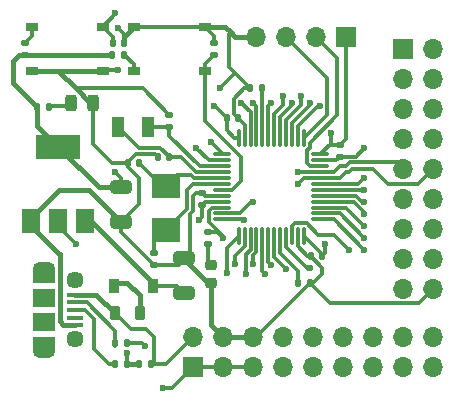
<source format=gbr>
%TF.GenerationSoftware,KiCad,Pcbnew,(6.0.7)*%
%TF.CreationDate,2022-09-12T19:53:53+08:00*%
%TF.ProjectId,STM32Breakout,53544d33-3242-4726-9561-6b6f75742e6b,rev?*%
%TF.SameCoordinates,Original*%
%TF.FileFunction,Copper,L1,Top*%
%TF.FilePolarity,Positive*%
%FSLAX46Y46*%
G04 Gerber Fmt 4.6, Leading zero omitted, Abs format (unit mm)*
G04 Created by KiCad (PCBNEW (6.0.7)) date 2022-09-12 19:53:53*
%MOMM*%
%LPD*%
G01*
G04 APERTURE LIST*
G04 Aperture macros list*
%AMRoundRect*
0 Rectangle with rounded corners*
0 $1 Rounding radius*
0 $2 $3 $4 $5 $6 $7 $8 $9 X,Y pos of 4 corners*
0 Add a 4 corners polygon primitive as box body*
4,1,4,$2,$3,$4,$5,$6,$7,$8,$9,$2,$3,0*
0 Add four circle primitives for the rounded corners*
1,1,$1+$1,$2,$3*
1,1,$1+$1,$4,$5*
1,1,$1+$1,$6,$7*
1,1,$1+$1,$8,$9*
0 Add four rect primitives between the rounded corners*
20,1,$1+$1,$2,$3,$4,$5,0*
20,1,$1+$1,$4,$5,$6,$7,0*
20,1,$1+$1,$6,$7,$8,$9,0*
20,1,$1+$1,$8,$9,$2,$3,0*%
G04 Aperture macros list end*
%TA.AperFunction,SMDPad,CuDef*%
%ADD10RoundRect,0.140000X0.140000X0.170000X-0.140000X0.170000X-0.140000X-0.170000X0.140000X-0.170000X0*%
%TD*%
%TA.AperFunction,SMDPad,CuDef*%
%ADD11RoundRect,0.218750X-0.218750X-0.381250X0.218750X-0.381250X0.218750X0.381250X-0.218750X0.381250X0*%
%TD*%
%TA.AperFunction,SMDPad,CuDef*%
%ADD12RoundRect,0.140000X0.170000X-0.140000X0.170000X0.140000X-0.170000X0.140000X-0.170000X-0.140000X0*%
%TD*%
%TA.AperFunction,SMDPad,CuDef*%
%ADD13RoundRect,0.218750X0.256250X-0.218750X0.256250X0.218750X-0.256250X0.218750X-0.256250X-0.218750X0*%
%TD*%
%TA.AperFunction,SMDPad,CuDef*%
%ADD14RoundRect,0.135000X0.135000X0.185000X-0.135000X0.185000X-0.135000X-0.185000X0.135000X-0.185000X0*%
%TD*%
%TA.AperFunction,SMDPad,CuDef*%
%ADD15RoundRect,0.250000X0.650000X-0.325000X0.650000X0.325000X-0.650000X0.325000X-0.650000X-0.325000X0*%
%TD*%
%TA.AperFunction,SMDPad,CuDef*%
%ADD16R,1.350000X0.400000*%
%TD*%
%TA.AperFunction,SMDPad,CuDef*%
%ADD17R,1.900000X1.500000*%
%TD*%
%TA.AperFunction,ComponentPad*%
%ADD18C,1.450000*%
%TD*%
%TA.AperFunction,ComponentPad*%
%ADD19O,1.900000X1.200000*%
%TD*%
%TA.AperFunction,SMDPad,CuDef*%
%ADD20R,1.900000X1.200000*%
%TD*%
%TA.AperFunction,ComponentPad*%
%ADD21R,1.700000X1.700000*%
%TD*%
%TA.AperFunction,ComponentPad*%
%ADD22O,1.700000X1.700000*%
%TD*%
%TA.AperFunction,SMDPad,CuDef*%
%ADD23RoundRect,0.135000X-0.135000X-0.185000X0.135000X-0.185000X0.135000X0.185000X-0.135000X0.185000X0*%
%TD*%
%TA.AperFunction,SMDPad,CuDef*%
%ADD24R,1.000000X0.750000*%
%TD*%
%TA.AperFunction,SMDPad,CuDef*%
%ADD25RoundRect,0.250000X-0.650000X0.325000X-0.650000X-0.325000X0.650000X-0.325000X0.650000X0.325000X0*%
%TD*%
%TA.AperFunction,SMDPad,CuDef*%
%ADD26R,1.000000X1.800000*%
%TD*%
%TA.AperFunction,SMDPad,CuDef*%
%ADD27RoundRect,0.135000X-0.185000X0.135000X-0.185000X-0.135000X0.185000X-0.135000X0.185000X0.135000X0*%
%TD*%
%TA.AperFunction,SMDPad,CuDef*%
%ADD28RoundRect,0.140000X-0.170000X0.140000X-0.170000X-0.140000X0.170000X-0.140000X0.170000X0.140000X0*%
%TD*%
%TA.AperFunction,SMDPad,CuDef*%
%ADD29RoundRect,0.243750X0.243750X0.456250X-0.243750X0.456250X-0.243750X-0.456250X0.243750X-0.456250X0*%
%TD*%
%TA.AperFunction,SMDPad,CuDef*%
%ADD30R,2.400000X2.000000*%
%TD*%
%TA.AperFunction,SMDPad,CuDef*%
%ADD31R,1.500000X2.000000*%
%TD*%
%TA.AperFunction,SMDPad,CuDef*%
%ADD32R,3.800000X2.000000*%
%TD*%
%TA.AperFunction,SMDPad,CuDef*%
%ADD33RoundRect,0.140000X-0.140000X-0.170000X0.140000X-0.170000X0.140000X0.170000X-0.140000X0.170000X0*%
%TD*%
%TA.AperFunction,SMDPad,CuDef*%
%ADD34RoundRect,0.075000X-0.662500X-0.075000X0.662500X-0.075000X0.662500X0.075000X-0.662500X0.075000X0*%
%TD*%
%TA.AperFunction,SMDPad,CuDef*%
%ADD35RoundRect,0.075000X-0.075000X-0.662500X0.075000X-0.662500X0.075000X0.662500X-0.075000X0.662500X0*%
%TD*%
%TA.AperFunction,SMDPad,CuDef*%
%ADD36RoundRect,0.135000X0.185000X-0.135000X0.185000X0.135000X-0.185000X0.135000X-0.185000X-0.135000X0*%
%TD*%
%TA.AperFunction,SMDPad,CuDef*%
%ADD37R,0.900000X1.200000*%
%TD*%
%TA.AperFunction,ViaPad*%
%ADD38C,0.600000*%
%TD*%
%TA.AperFunction,Conductor*%
%ADD39C,0.300000*%
%TD*%
%TA.AperFunction,Conductor*%
%ADD40C,0.400000*%
%TD*%
G04 APERTURE END LIST*
D10*
%TO.P,C12,1*%
%TO.N,LSE_OUT*%
X89634000Y-94234000D03*
%TO.P,C12,2*%
%TO.N,GND*%
X88674000Y-94234000D03*
%TD*%
D11*
%TO.P,FB1,1*%
%TO.N,VCC*%
X85043500Y-107442000D03*
%TO.P,FB1,2*%
%TO.N,Net-(D1-Pad2)*%
X87168500Y-107442000D03*
%TD*%
D12*
%TO.P,C14,1*%
%TO.N,NRST*%
X93472000Y-85570000D03*
%TO.P,C14,2*%
%TO.N,GND*%
X93472000Y-84610000D03*
%TD*%
D13*
%TO.P,D3,1,K*%
%TO.N,GND*%
X93218000Y-104927500D03*
%TO.P,D3,2,A*%
%TO.N,Net-(D3-Pad2)*%
X93218000Y-103352500D03*
%TD*%
D14*
%TO.P,R7,1*%
%TO.N,PA11*%
X86106000Y-109982000D03*
%TO.P,R7,2*%
%TO.N,Net-(J1-Pad2)*%
X85086000Y-109982000D03*
%TD*%
%TO.P,R2,1*%
%TO.N,GND*%
X101602000Y-104902000D03*
%TO.P,R2,2*%
%TO.N,Net-(R2-Pad2)*%
X100582000Y-104902000D03*
%TD*%
D12*
%TO.P,C11,1*%
%TO.N,LSE_IN*%
X89662000Y-91666000D03*
%TO.P,C11,2*%
%TO.N,GND*%
X89662000Y-90706000D03*
%TD*%
D15*
%TO.P,C2,1*%
%TO.N,Net-(C2-Pad1)*%
X90932000Y-105742000D03*
%TO.P,C2,2*%
%TO.N,GND*%
X90932000Y-102792000D03*
%TD*%
D16*
%TO.P,J1,1,VBUS*%
%TO.N,VCC*%
X81726500Y-105888000D03*
%TO.P,J1,2,D-*%
%TO.N,Net-(J1-Pad2)*%
X81726500Y-106538000D03*
%TO.P,J1,3,D+*%
%TO.N,Net-(J1-Pad3)*%
X81726500Y-107188000D03*
%TO.P,J1,4,ID*%
%TO.N,unconnected-(J1-Pad4)*%
X81726500Y-107838000D03*
%TO.P,J1,5,GND*%
%TO.N,GND*%
X81726500Y-108488000D03*
D17*
%TO.P,J1,6,Shield*%
%TO.N,unconnected-(J1-Pad6)*%
X79026500Y-106188000D03*
D18*
X81726500Y-104688000D03*
X81726500Y-109688000D03*
D19*
X79026500Y-103688000D03*
D20*
X79026500Y-110088000D03*
D19*
X79026500Y-110688000D03*
D17*
X79026500Y-108188000D03*
D20*
X79026500Y-104288000D03*
%TD*%
D21*
%TO.P,J4,1,Pin_1*%
%TO.N,+3.3V*%
X104648000Y-84074000D03*
D22*
%TO.P,J4,2,Pin_2*%
%TO.N,SWDIO*%
X102108000Y-84074000D03*
%TO.P,J4,3,Pin_3*%
%TO.N,SWCLK*%
X99568000Y-84074000D03*
%TO.P,J4,4,Pin_4*%
%TO.N,GND*%
X97028000Y-84074000D03*
%TD*%
D23*
%TO.P,R4,1*%
%TO.N,+3.3V*%
X84834000Y-85598000D03*
%TO.P,R4,2*%
%TO.N,NRST*%
X85854000Y-85598000D03*
%TD*%
D10*
%TO.P,C6,1*%
%TO.N,+3.3V*%
X102588000Y-102616000D03*
%TO.P,C6,2*%
%TO.N,GND*%
X101628000Y-102616000D03*
%TD*%
D24*
%TO.P,S1,A*%
%TO.N,PushB1*%
X78026000Y-83215000D03*
%TO.P,S1,B*%
X84026000Y-83215000D03*
%TO.P,S1,C*%
%TO.N,GND*%
X78026000Y-86965000D03*
%TO.P,S1,D*%
X84026000Y-86965000D03*
%TD*%
D23*
%TO.P,R6,1*%
%TO.N,Net-(J1-Pad3)*%
X85088000Y-111760000D03*
%TO.P,R6,2*%
%TO.N,PA12*%
X86108000Y-111760000D03*
%TD*%
D25*
%TO.P,C1,1*%
%TO.N,+3.3V*%
X85598000Y-96823000D03*
%TO.P,C1,2*%
%TO.N,GND*%
X85598000Y-99773000D03*
%TD*%
D26*
%TO.P,Y2,1,1*%
%TO.N,LSE_IN*%
X87864000Y-91694000D03*
%TO.P,Y2,2,2*%
%TO.N,LSE_OUT*%
X85364000Y-91694000D03*
%TD*%
D27*
%TO.P,R9,1*%
%TO.N,LED*%
X92964000Y-100582000D03*
%TO.P,R9,2*%
%TO.N,Net-(D3-Pad2)*%
X92964000Y-101602000D03*
%TD*%
D28*
%TO.P,C4,1*%
%TO.N,+3.3V*%
X104140000Y-93246000D03*
%TO.P,C4,2*%
%TO.N,GND*%
X104140000Y-94206000D03*
%TD*%
D29*
%TO.P,D2,1,K*%
%TO.N,GND*%
X83233500Y-89662000D03*
%TO.P,D2,2,A*%
%TO.N,Net-(D2-Pad2)*%
X81358500Y-89662000D03*
%TD*%
D10*
%TO.P,C9,1*%
%TO.N,HSE_IN*%
X87122000Y-94742000D03*
%TO.P,C9,2*%
%TO.N,GND*%
X86162000Y-94742000D03*
%TD*%
D23*
%TO.P,R1,1*%
%TO.N,GND*%
X96518000Y-88392000D03*
%TO.P,R1,2*%
%TO.N,Net-(R1-Pad2)*%
X97538000Y-88392000D03*
%TD*%
D30*
%TO.P,Y1,1,1*%
%TO.N,HSE_IN*%
X89408000Y-96702000D03*
%TO.P,Y1,2,2*%
%TO.N,HSE_OUT*%
X89408000Y-100402000D03*
%TD*%
D31*
%TO.P,U1,1,GND*%
%TO.N,GND*%
X77964000Y-99670000D03*
%TO.P,U1,2,VO*%
%TO.N,+3.3V*%
X80264000Y-99670000D03*
D32*
X80264000Y-93370000D03*
D31*
%TO.P,U1,3,VI*%
%TO.N,Net-(C2-Pad1)*%
X82564000Y-99670000D03*
%TD*%
D24*
%TO.P,S2,A*%
%TO.N,NRST*%
X92662000Y-86965000D03*
%TO.P,S2,B*%
X86662000Y-86965000D03*
%TO.P,S2,C*%
%TO.N,GND*%
X92662000Y-83215000D03*
%TO.P,S2,D*%
X86662000Y-83215000D03*
%TD*%
D33*
%TO.P,C13,1*%
%TO.N,PushB1*%
X84864000Y-84582000D03*
%TO.P,C13,2*%
%TO.N,GND*%
X85824000Y-84582000D03*
%TD*%
D34*
%TO.P,U2,1,VBAT*%
%TO.N,+3.3V*%
X94135500Y-94024000D03*
%TO.P,U2,2,PC13*%
%TO.N,PushB1*%
X94135500Y-94524000D03*
%TO.P,U2,3,PC14*%
%TO.N,LSE_IN*%
X94135500Y-95024000D03*
%TO.P,U2,4,PC15*%
%TO.N,LSE_OUT*%
X94135500Y-95524000D03*
%TO.P,U2,5,PD0*%
%TO.N,HSE_IN*%
X94135500Y-96024000D03*
%TO.P,U2,6,PD1*%
%TO.N,HSE_OUT*%
X94135500Y-96524000D03*
%TO.P,U2,7,NRST*%
%TO.N,NRST*%
X94135500Y-97024000D03*
%TO.P,U2,8,VSSA*%
%TO.N,GND*%
X94135500Y-97524000D03*
%TO.P,U2,9,VDDA*%
%TO.N,+3.3V*%
X94135500Y-98024000D03*
%TO.P,U2,10,PA0*%
%TO.N,LED*%
X94135500Y-98524000D03*
%TO.P,U2,11,PA1*%
%TO.N,PA1*%
X94135500Y-99024000D03*
%TO.P,U2,12,PA2*%
%TO.N,PA2*%
X94135500Y-99524000D03*
D35*
%TO.P,U2,13,PA3*%
%TO.N,PA3*%
X95548000Y-100936500D03*
%TO.P,U2,14,PA4*%
%TO.N,PA4*%
X96048000Y-100936500D03*
%TO.P,U2,15,PA5*%
%TO.N,PA5*%
X96548000Y-100936500D03*
%TO.P,U2,16,PA6*%
%TO.N,PA6*%
X97048000Y-100936500D03*
%TO.P,U2,17,PA7*%
%TO.N,PA7*%
X97548000Y-100936500D03*
%TO.P,U2,18,PB0*%
%TO.N,PB0*%
X98048000Y-100936500D03*
%TO.P,U2,19,PB1*%
%TO.N,PB1*%
X98548000Y-100936500D03*
%TO.P,U2,20,PB2*%
%TO.N,Net-(R2-Pad2)*%
X99048000Y-100936500D03*
%TO.P,U2,21,PB10*%
%TO.N,PB10*%
X99548000Y-100936500D03*
%TO.P,U2,22,PB11*%
%TO.N,PB11*%
X100048000Y-100936500D03*
%TO.P,U2,23,VSS*%
%TO.N,GND*%
X100548000Y-100936500D03*
%TO.P,U2,24,VDD*%
%TO.N,+3.3V*%
X101048000Y-100936500D03*
D34*
%TO.P,U2,25,PB12*%
%TO.N,PB12*%
X102460500Y-99524000D03*
%TO.P,U2,26,PB13*%
%TO.N,PB13*%
X102460500Y-99024000D03*
%TO.P,U2,27,PB14*%
%TO.N,PB14*%
X102460500Y-98524000D03*
%TO.P,U2,28,PB15*%
%TO.N,PB15*%
X102460500Y-98024000D03*
%TO.P,U2,29,PA8*%
%TO.N,PA8*%
X102460500Y-97524000D03*
%TO.P,U2,30,PA9*%
%TO.N,PA9*%
X102460500Y-97024000D03*
%TO.P,U2,31,PA10*%
%TO.N,PA10*%
X102460500Y-96524000D03*
%TO.P,U2,32,PA11*%
%TO.N,PA11*%
X102460500Y-96024000D03*
%TO.P,U2,33,PA12*%
%TO.N,PA12*%
X102460500Y-95524000D03*
%TO.P,U2,34,PA13*%
%TO.N,SWDIO*%
X102460500Y-95024000D03*
%TO.P,U2,35,VSS*%
%TO.N,GND*%
X102460500Y-94524000D03*
%TO.P,U2,36,VDD*%
%TO.N,+3.3V*%
X102460500Y-94024000D03*
D35*
%TO.P,U2,37,PA14*%
%TO.N,SWCLK*%
X101048000Y-92611500D03*
%TO.P,U2,38,PA15*%
%TO.N,PA15*%
X100548000Y-92611500D03*
%TO.P,U2,39,PB3*%
%TO.N,PB3*%
X100048000Y-92611500D03*
%TO.P,U2,40,PB4*%
%TO.N,PB4*%
X99548000Y-92611500D03*
%TO.P,U2,41,PB5*%
%TO.N,PB5*%
X99048000Y-92611500D03*
%TO.P,U2,42,PB6*%
%TO.N,PB6*%
X98548000Y-92611500D03*
%TO.P,U2,43,PB7*%
%TO.N,PB7*%
X98048000Y-92611500D03*
%TO.P,U2,44,BOOT0*%
%TO.N,Net-(R1-Pad2)*%
X97548000Y-92611500D03*
%TO.P,U2,45,PB8*%
%TO.N,PB8*%
X97048000Y-92611500D03*
%TO.P,U2,46,PB9*%
%TO.N,PB9*%
X96548000Y-92611500D03*
%TO.P,U2,47,VSS*%
%TO.N,GND*%
X96048000Y-92611500D03*
%TO.P,U2,48,VDD*%
%TO.N,+3.3V*%
X95548000Y-92611500D03*
%TD*%
D28*
%TO.P,C10,1*%
%TO.N,HSE_OUT*%
X88392000Y-102390000D03*
%TO.P,C10,2*%
%TO.N,GND*%
X88392000Y-103350000D03*
%TD*%
D36*
%TO.P,R3,1*%
%TO.N,+3.3V*%
X77470000Y-85600000D03*
%TO.P,R3,2*%
%TO.N,PushB1*%
X77470000Y-84580000D03*
%TD*%
D21*
%TO.P,J2,1,Pin_1*%
%TO.N,+3.3V*%
X91704000Y-112019000D03*
D22*
%TO.P,J2,2,Pin_2*%
%TO.N,VCC*%
X91704000Y-109479000D03*
%TO.P,J2,3,Pin_3*%
%TO.N,+3.3V*%
X94244000Y-112019000D03*
%TO.P,J2,4,Pin_4*%
%TO.N,GND*%
X94244000Y-109479000D03*
%TO.P,J2,5,Pin_5*%
%TO.N,+3.3V*%
X96784000Y-112019000D03*
%TO.P,J2,6,Pin_6*%
%TO.N,GND*%
X96784000Y-109479000D03*
%TO.P,J2,7,Pin_7*%
%TO.N,LED*%
X99324000Y-112019000D03*
%TO.P,J2,8,Pin_8*%
%TO.N,PA1*%
X99324000Y-109479000D03*
%TO.P,J2,9,Pin_9*%
%TO.N,PA2*%
X101864000Y-112019000D03*
%TO.P,J2,10,Pin_10*%
%TO.N,PA3*%
X101864000Y-109479000D03*
%TO.P,J2,11,Pin_11*%
%TO.N,PA4*%
X104404000Y-112019000D03*
%TO.P,J2,12,Pin_12*%
%TO.N,PA5*%
X104404000Y-109479000D03*
%TO.P,J2,13,Pin_13*%
%TO.N,PA6*%
X106944000Y-112019000D03*
%TO.P,J2,14,Pin_14*%
%TO.N,PA7*%
X106944000Y-109479000D03*
%TO.P,J2,15,Pin_15*%
%TO.N,PB0*%
X109484000Y-112019000D03*
%TO.P,J2,16,Pin_16*%
%TO.N,PB1*%
X109484000Y-109479000D03*
%TO.P,J2,17,Pin_17*%
%TO.N,PB10*%
X112024000Y-112019000D03*
%TO.P,J2,18,Pin_18*%
%TO.N,PB11*%
X112024000Y-109479000D03*
%TD*%
D33*
%TO.P,C5,1*%
%TO.N,+3.3V*%
X94516000Y-90932000D03*
%TO.P,C5,2*%
%TO.N,GND*%
X95476000Y-90932000D03*
%TD*%
D12*
%TO.P,C3,1*%
%TO.N,+3.3V*%
X92456000Y-98270000D03*
%TO.P,C3,2*%
%TO.N,GND*%
X92456000Y-97310000D03*
%TD*%
D21*
%TO.P,J3,1,Pin_1*%
%TO.N,PB9*%
X109474000Y-85090000D03*
D22*
%TO.P,J3,2,Pin_2*%
%TO.N,PB8*%
X112014000Y-85090000D03*
%TO.P,J3,3,Pin_3*%
%TO.N,PB7*%
X109474000Y-87630000D03*
%TO.P,J3,4,Pin_4*%
%TO.N,PB6*%
X112014000Y-87630000D03*
%TO.P,J3,5,Pin_5*%
%TO.N,PB5*%
X109474000Y-90170000D03*
%TO.P,J3,6,Pin_6*%
%TO.N,PB4*%
X112014000Y-90170000D03*
%TO.P,J3,7,Pin_7*%
%TO.N,PB3*%
X109474000Y-92710000D03*
%TO.P,J3,8,Pin_8*%
%TO.N,PA15*%
X112014000Y-92710000D03*
%TO.P,J3,9,Pin_9*%
%TO.N,PA12*%
X109474000Y-95250000D03*
%TO.P,J3,10,Pin_10*%
%TO.N,PA11*%
X112014000Y-95250000D03*
%TO.P,J3,11,Pin_11*%
%TO.N,PA10*%
X109474000Y-97790000D03*
%TO.P,J3,12,Pin_12*%
%TO.N,PA9*%
X112014000Y-97790000D03*
%TO.P,J3,13,Pin_13*%
%TO.N,PA8*%
X109474000Y-100330000D03*
%TO.P,J3,14,Pin_14*%
%TO.N,PB15*%
X112014000Y-100330000D03*
%TO.P,J3,15,Pin_15*%
%TO.N,PB14*%
X109474000Y-102870000D03*
%TO.P,J3,16,Pin_16*%
%TO.N,PB13*%
X112014000Y-102870000D03*
%TO.P,J3,17,Pin_17*%
%TO.N,PB12*%
X109474000Y-105410000D03*
%TO.P,J3,18,Pin_18*%
%TO.N,GND*%
X112014000Y-105410000D03*
%TD*%
D23*
%TO.P,R8,1*%
%TO.N,+3.3V*%
X78484000Y-90018000D03*
%TO.P,R8,2*%
%TO.N,Net-(D2-Pad2)*%
X79504000Y-90018000D03*
%TD*%
%TO.P,R5,1*%
%TO.N,PA12*%
X87120000Y-111760000D03*
%TO.P,R5,2*%
%TO.N,VCC*%
X88140000Y-111760000D03*
%TD*%
D37*
%TO.P,D1,1,K*%
%TO.N,Net-(C2-Pad1)*%
X88264000Y-105156000D03*
%TO.P,D1,2,A*%
%TO.N,Net-(D1-Pad2)*%
X84964000Y-105156000D03*
%TD*%
D38*
%TO.N,GND*%
X85344000Y-83312000D03*
X93980000Y-88392000D03*
X85344000Y-86868000D03*
X106172000Y-93472000D03*
%TO.N,PushB1*%
X85090000Y-82042000D03*
X91948000Y-93472000D03*
%TO.N,PA11*%
X100584000Y-96520000D03*
X87630000Y-110236000D03*
%TO.N,PA12*%
X100584000Y-95504000D03*
X86106000Y-110801500D03*
%TO.N,PA1*%
X96774000Y-98044000D03*
%TO.N,PA2*%
X96012000Y-99568000D03*
%TO.N,PA3*%
X94563028Y-104064972D03*
%TO.N,PA4*%
X95250000Y-103332000D03*
%TO.N,PA5*%
X96207681Y-104151108D03*
%TO.N,PA6*%
X96774000Y-103332000D03*
%TO.N,PA7*%
X97790000Y-104140000D03*
%TO.N,PB1*%
X99534544Y-103721578D03*
%TO.N,PB0*%
X98298000Y-103378000D03*
%TO.N,PB11*%
X104902000Y-102108000D03*
%TO.N,PB10*%
X101600000Y-103632000D03*
%TO.N,PB9*%
X95758000Y-89662000D03*
%TO.N,PB8*%
X96774000Y-89662000D03*
%TO.N,PB7*%
X98272600Y-89712800D03*
%TO.N,PB6*%
X99314000Y-89108000D03*
%TO.N,PB5*%
X100076000Y-89662000D03*
%TO.N,PB4*%
X100838000Y-89108000D03*
%TO.N,PB3*%
X101600000Y-89662000D03*
%TO.N,PA15*%
X102435500Y-89941400D03*
%TO.N,PA10*%
X106172000Y-96012000D03*
%TO.N,PA9*%
X106172000Y-97028000D03*
%TO.N,PA8*%
X106191647Y-98024353D03*
%TO.N,PB15*%
X106172000Y-99060000D03*
%TO.N,PB14*%
X106172000Y-100076000D03*
%TO.N,PB13*%
X106172000Y-101092000D03*
%TO.N,PB12*%
X106172000Y-102108000D03*
%TO.N,LED*%
X94234000Y-101092000D03*
%TO.N,+3.3V*%
X85090000Y-95504000D03*
X89154000Y-113792000D03*
X93218000Y-92964000D03*
X93472000Y-89916000D03*
X103378000Y-92202000D03*
X92202000Y-99568000D03*
X102870000Y-101600000D03*
X81788000Y-101600000D03*
%TD*%
D39*
%TO.N,GND*%
X92662000Y-83215000D02*
X86662000Y-83215000D01*
D40*
X80282500Y-86965000D02*
X78026000Y-86965000D01*
X92662000Y-83215000D02*
X94391000Y-83215000D01*
D39*
X91686000Y-98831107D02*
X91686000Y-97544000D01*
D40*
X80376500Y-102474500D02*
X80264000Y-102362000D01*
D39*
X85598000Y-100598965D02*
X88349035Y-103350000D01*
D40*
X94391000Y-83215000D02*
X94869000Y-83693000D01*
D39*
X105438000Y-94206000D02*
X104140000Y-94206000D01*
X95108000Y-89296000D02*
X96012000Y-88392000D01*
D40*
X92989500Y-104927500D02*
X93218000Y-104927500D01*
D39*
X85824000Y-84053000D02*
X85824000Y-83792000D01*
X103822000Y-94524000D02*
X104140000Y-94206000D01*
X100548000Y-101818000D02*
X101346000Y-102616000D01*
X95108000Y-90564000D02*
X95108000Y-89296000D01*
X112014000Y-105410000D02*
X110814000Y-106610000D01*
X92670000Y-97524000D02*
X92456000Y-97310000D01*
X101628000Y-102658965D02*
X102616000Y-103646965D01*
X86162000Y-94742000D02*
X86162000Y-95052000D01*
X86162000Y-94699035D02*
X86162000Y-94742000D01*
X110814000Y-106610000D02*
X103310000Y-106610000D01*
X101854000Y-104902000D02*
X101602000Y-104902000D01*
X102616000Y-103646965D02*
X102616000Y-104140000D01*
X83233500Y-93139500D02*
X84836000Y-94742000D01*
X102460500Y-94524000D02*
X103822000Y-94524000D01*
X83233500Y-89662000D02*
X83233500Y-93139500D01*
X96518000Y-88392000D02*
X95249000Y-87123000D01*
D40*
X80264000Y-102362000D02*
X77964000Y-100062000D01*
X85824000Y-84053000D02*
X86662000Y-83215000D01*
D39*
X88420000Y-93980000D02*
X86881035Y-93980000D01*
X88349035Y-103350000D02*
X88392000Y-103350000D01*
X88674000Y-94234000D02*
X88420000Y-93980000D01*
X86162000Y-95052000D02*
X87122000Y-96012000D01*
D40*
X77964000Y-99420000D02*
X77964000Y-99670000D01*
X81748750Y-88431250D02*
X80282500Y-86965000D01*
D39*
X87415250Y-88431250D02*
X89662000Y-90678000D01*
X101346000Y-102616000D02*
X101628000Y-102616000D01*
D40*
X96784000Y-109479000D02*
X94244000Y-109479000D01*
D39*
X87122000Y-98249000D02*
X85598000Y-99773000D01*
X96048000Y-92611500D02*
X96048000Y-91504000D01*
X93472000Y-84610000D02*
X93472000Y-84025000D01*
D40*
X85824000Y-84582000D02*
X85824000Y-84053000D01*
D39*
X85344000Y-86868000D02*
X84123000Y-86868000D01*
X100548000Y-100936500D02*
X100548000Y-101818000D01*
X95249000Y-87123000D02*
X94742000Y-86616000D01*
X81748750Y-88431250D02*
X87415250Y-88431250D01*
D40*
X82853000Y-97028000D02*
X80356000Y-97028000D01*
D39*
X101600000Y-104902000D02*
X97023000Y-109479000D01*
D40*
X94244000Y-109479000D02*
X93218000Y-108453000D01*
D39*
X94742000Y-86616000D02*
X94742000Y-83820000D01*
X101602000Y-104902000D02*
X101600000Y-104902000D01*
X97023000Y-109479000D02*
X96784000Y-109479000D01*
X102616000Y-104140000D02*
X101854000Y-104902000D01*
D40*
X85598000Y-99773000D02*
X82853000Y-97028000D01*
X90932000Y-102870000D02*
X92989500Y-104927500D01*
D39*
X87122000Y-96012000D02*
X87122000Y-98249000D01*
D40*
X93218000Y-108453000D02*
X93218000Y-104927500D01*
D39*
X101628000Y-102616000D02*
X101628000Y-102658965D01*
X96048000Y-91504000D02*
X95476000Y-90932000D01*
X91920000Y-97310000D02*
X92456000Y-97310000D01*
D40*
X80701500Y-108488000D02*
X80376500Y-108163000D01*
D39*
X91440000Y-99077107D02*
X91686000Y-98831107D01*
X90452000Y-103350000D02*
X88392000Y-103350000D01*
X85824000Y-83792000D02*
X85344000Y-83312000D01*
X96012000Y-88392000D02*
X96518000Y-88392000D01*
X106172000Y-93472000D02*
X105438000Y-94206000D01*
X90932000Y-102870000D02*
X90452000Y-103350000D01*
D40*
X97028000Y-84074000D02*
X95250000Y-84074000D01*
D39*
X93980000Y-88392000D02*
X95249000Y-87123000D01*
X85598000Y-99773000D02*
X85598000Y-100598965D01*
D40*
X77964000Y-100062000D02*
X77964000Y-99670000D01*
D39*
X86881035Y-93980000D02*
X86162000Y-94699035D01*
D40*
X81748750Y-88431250D02*
X82979500Y-89662000D01*
D39*
X91686000Y-97544000D02*
X91920000Y-97310000D01*
X94135500Y-97524000D02*
X92670000Y-97524000D01*
X94742000Y-83820000D02*
X94869000Y-83693000D01*
X103310000Y-106610000D02*
X101602000Y-104902000D01*
D40*
X80356000Y-97028000D02*
X77964000Y-99420000D01*
X80376500Y-108163000D02*
X80376500Y-102474500D01*
D39*
X93472000Y-84025000D02*
X92662000Y-83215000D01*
D40*
X94869000Y-83693000D02*
X95250000Y-84074000D01*
D39*
X84836000Y-94742000D02*
X86162000Y-94742000D01*
D40*
X84026000Y-86965000D02*
X78026000Y-86965000D01*
X82979500Y-89662000D02*
X83233500Y-89662000D01*
D39*
X95476000Y-90932000D02*
X95108000Y-90564000D01*
X90932000Y-102870000D02*
X91440000Y-102362000D01*
X91440000Y-102362000D02*
X91440000Y-99077107D01*
X84123000Y-86868000D02*
X84026000Y-86965000D01*
D40*
X81726500Y-108488000D02*
X80701500Y-108488000D01*
D39*
%TO.N,Net-(C2-Pad1)*%
X88264000Y-105156000D02*
X90346000Y-105156000D01*
D40*
X88264000Y-104902000D02*
X83032000Y-99670000D01*
D39*
X90346000Y-105156000D02*
X90932000Y-105742000D01*
D40*
X83032000Y-99670000D02*
X82564000Y-99670000D01*
X88264000Y-105156000D02*
X88264000Y-104902000D01*
D39*
%TO.N,HSE_IN*%
X91760893Y-96024000D02*
X91494893Y-95758000D01*
X94135500Y-96024000D02*
X91760893Y-96024000D01*
X89408000Y-96702000D02*
X89082000Y-96702000D01*
X91494893Y-95758000D02*
X90352000Y-95758000D01*
X90352000Y-95758000D02*
X89408000Y-96702000D01*
X89082000Y-96702000D02*
X87122000Y-94742000D01*
%TO.N,HSE_OUT*%
X91186000Y-97028000D02*
X91186000Y-98624000D01*
X88392000Y-102390000D02*
X88392000Y-101164000D01*
X94135500Y-96524000D02*
X91690000Y-96524000D01*
X88392000Y-101164000D02*
X89154000Y-100402000D01*
X91186000Y-98624000D02*
X89408000Y-100402000D01*
X91690000Y-96524000D02*
X91186000Y-97028000D01*
%TO.N,LSE_IN*%
X89662000Y-91666000D02*
X87892000Y-91666000D01*
X89662000Y-91666000D02*
X89662000Y-92456000D01*
X92230000Y-95024000D02*
X94135500Y-95024000D01*
X87892000Y-91666000D02*
X87864000Y-91694000D01*
X89662000Y-92456000D02*
X92230000Y-95024000D01*
%TO.N,LSE_OUT*%
X87142000Y-93472000D02*
X85364000Y-91694000D01*
X94135500Y-95524000D02*
X91968000Y-95524000D01*
X90678000Y-94234000D02*
X89634000Y-94234000D01*
X88914965Y-93472000D02*
X87142000Y-93472000D01*
X89634000Y-94234000D02*
X89634000Y-94191035D01*
X91968000Y-95524000D02*
X90678000Y-94234000D01*
X89634000Y-94191035D02*
X88914965Y-93472000D01*
%TO.N,PushB1*%
X78026000Y-84024000D02*
X77470000Y-84580000D01*
X93000000Y-94524000D02*
X91948000Y-93472000D01*
X94135500Y-94524000D02*
X93000000Y-94524000D01*
X85090000Y-82151000D02*
X84026000Y-83215000D01*
X84864000Y-84582000D02*
X84864000Y-84053000D01*
X78026000Y-83215000D02*
X78026000Y-84024000D01*
X84864000Y-84053000D02*
X84026000Y-83215000D01*
X85090000Y-82042000D02*
X85090000Y-82151000D01*
%TO.N,NRST*%
X86662000Y-86406000D02*
X85854000Y-85598000D01*
X92710000Y-91186000D02*
X92710000Y-87013000D01*
X95758000Y-96240041D02*
X95758000Y-94234000D01*
X94135500Y-97024000D02*
X94974041Y-97024000D01*
X92710000Y-87013000D02*
X92662000Y-86965000D01*
X94974041Y-97024000D02*
X95758000Y-96240041D01*
X92662000Y-86380000D02*
X93472000Y-85570000D01*
X86662000Y-86965000D02*
X86662000Y-86406000D01*
X92662000Y-86965000D02*
X92662000Y-86380000D01*
X95758000Y-94234000D02*
X92710000Y-91186000D01*
%TO.N,Net-(D1-Pad2)*%
X84964000Y-104902000D02*
X84964000Y-105237500D01*
D40*
X87168500Y-105964500D02*
X87168500Y-107442000D01*
X84964000Y-104902000D02*
X86106000Y-104902000D01*
X86106000Y-104902000D02*
X87168500Y-105964500D01*
D39*
%TO.N,Net-(D2-Pad2)*%
X81358500Y-89916000D02*
X79606000Y-89916000D01*
X79606000Y-89916000D02*
X79504000Y-90018000D01*
%TO.N,Net-(D3-Pad2)*%
X92964000Y-103098500D02*
X93218000Y-103352500D01*
X92964000Y-101602000D02*
X92964000Y-103098500D01*
%TO.N,VCC*%
X88392000Y-111508000D02*
X88140000Y-111760000D01*
X86405500Y-108804000D02*
X87722000Y-108804000D01*
X85043500Y-107442000D02*
X86405500Y-108804000D01*
D40*
X83489500Y-105888000D02*
X85043500Y-107442000D01*
D39*
X87722000Y-108804000D02*
X88392000Y-109474000D01*
D40*
X81726500Y-105888000D02*
X83489500Y-105888000D01*
D39*
X88140000Y-111760000D02*
X89423000Y-111760000D01*
X89423000Y-111760000D02*
X91704000Y-109479000D01*
X88392000Y-109474000D02*
X88392000Y-111508000D01*
%TO.N,PA11*%
X104128000Y-96024000D02*
X104648000Y-95504000D01*
X87376000Y-109982000D02*
X86106000Y-109982000D01*
X101080000Y-96024000D02*
X100584000Y-96520000D01*
X102460500Y-96024000D02*
X101080000Y-96024000D01*
X104902000Y-95504000D02*
X105156000Y-95250000D01*
X102460500Y-96024000D02*
X104128000Y-96024000D01*
X87630000Y-110236000D02*
X87376000Y-109982000D01*
X104648000Y-95504000D02*
X104902000Y-95504000D01*
X106934000Y-95250000D02*
X108204000Y-96520000D01*
X110744000Y-96520000D02*
X112014000Y-95250000D01*
X105156000Y-95250000D02*
X106934000Y-95250000D01*
X108204000Y-96520000D02*
X110744000Y-96520000D01*
%TO.N,PA12*%
X100604000Y-95524000D02*
X100584000Y-95504000D01*
X104648000Y-94996000D02*
X104938000Y-94706000D01*
X104140000Y-94996000D02*
X104648000Y-94996000D01*
X86106000Y-110801500D02*
X86106000Y-111758000D01*
X104938000Y-94706000D02*
X108930000Y-94706000D01*
X86106000Y-111758000D02*
X86108000Y-111760000D01*
D40*
X87120000Y-111760000D02*
X86108000Y-111760000D01*
D39*
X102460500Y-95524000D02*
X103612000Y-95524000D01*
X109474000Y-95250000D02*
X108930000Y-94706000D01*
X103612000Y-95524000D02*
X104140000Y-94996000D01*
X102460500Y-95524000D02*
X100604000Y-95524000D01*
%TO.N,PA1*%
X96774000Y-98044000D02*
X96616761Y-98044000D01*
X96616761Y-98044000D02*
X95636761Y-99024000D01*
X95636761Y-99024000D02*
X94135500Y-99024000D01*
%TO.N,PA2*%
X95968000Y-99524000D02*
X96012000Y-99568000D01*
X94135500Y-99524000D02*
X95968000Y-99524000D01*
%TO.N,PA3*%
X94563028Y-104064972D02*
X94563028Y-101921472D01*
X94563028Y-101921472D02*
X95548000Y-100936500D01*
%TO.N,PA4*%
X96048000Y-101818000D02*
X96048000Y-100936500D01*
X95250000Y-103332000D02*
X95250000Y-102616000D01*
X95250000Y-102616000D02*
X96048000Y-101818000D01*
%TO.N,PA5*%
X96548000Y-102080000D02*
X96548000Y-100936500D01*
X96207681Y-104151108D02*
X96207681Y-103581683D01*
X96197000Y-102431000D02*
X96548000Y-102080000D01*
X96197000Y-103571002D02*
X96197000Y-102431000D01*
X96207681Y-103581683D02*
X96197000Y-103571002D01*
%TO.N,PA6*%
X97048000Y-102287106D02*
X97048000Y-100936500D01*
X96774000Y-102561106D02*
X97048000Y-102287106D01*
X96774000Y-103332000D02*
X96774000Y-102561106D01*
%TO.N,PA7*%
X97548000Y-103898000D02*
X97548000Y-100936500D01*
X97790000Y-104140000D02*
X97548000Y-103898000D01*
%TO.N,PB1*%
X99534544Y-103721578D02*
X98548000Y-102735034D01*
X98548000Y-102735034D02*
X98548000Y-100936500D01*
%TO.N,PB0*%
X98048000Y-103128000D02*
X98048000Y-100936500D01*
X98298000Y-103378000D02*
X98048000Y-103128000D01*
%TO.N,PB11*%
X102288041Y-100838000D02*
X101299041Y-99849000D01*
X100048000Y-100097959D02*
X100048000Y-100936500D01*
X103632000Y-100838000D02*
X102288041Y-100838000D01*
X104902000Y-102108000D02*
X103632000Y-100838000D01*
X100296959Y-99849000D02*
X100048000Y-100097959D01*
X101299041Y-99849000D02*
X100296959Y-99849000D01*
%TO.N,PB10*%
X101600000Y-103632000D02*
X101346000Y-103632000D01*
X101346000Y-103632000D02*
X99548000Y-101834000D01*
X99548000Y-101834000D02*
X99548000Y-100936500D01*
%TO.N,PB9*%
X96548000Y-90452000D02*
X96548000Y-92611500D01*
X95758000Y-89662000D02*
X96548000Y-90452000D01*
%TO.N,PB8*%
X97048000Y-89936000D02*
X97048000Y-92611500D01*
X96774000Y-89662000D02*
X97048000Y-89936000D01*
%TO.N,PB7*%
X98272600Y-89712800D02*
X98048000Y-89937400D01*
X98048000Y-89937400D02*
X98048000Y-92611500D01*
%TO.N,PB6*%
X99314000Y-89108000D02*
X99314000Y-89819239D01*
X98548000Y-90585239D02*
X98548000Y-92611500D01*
X99314000Y-89819239D02*
X98548000Y-90585239D01*
%TO.N,PB5*%
X99048000Y-90847239D02*
X100076000Y-89819239D01*
X99048000Y-92611500D02*
X99048000Y-90847239D01*
X100076000Y-89819239D02*
X100076000Y-89662000D01*
%TO.N,PB4*%
X100838000Y-89108000D02*
X100838000Y-89819239D01*
X99548000Y-91109239D02*
X99548000Y-92611500D01*
X100838000Y-89819239D02*
X99548000Y-91109239D01*
%TO.N,PB3*%
X100048000Y-91371239D02*
X100048000Y-92611500D01*
X101600000Y-89662000D02*
X101600000Y-89819239D01*
X101600000Y-89819239D02*
X100048000Y-91371239D01*
%TO.N,PA15*%
X102435500Y-89941400D02*
X102239839Y-89941400D01*
X102239839Y-89941400D02*
X100548000Y-91633239D01*
X100548000Y-91633239D02*
X100548000Y-92611500D01*
%TO.N,PA10*%
X105660000Y-96524000D02*
X102460500Y-96524000D01*
X106172000Y-96012000D02*
X105660000Y-96524000D01*
%TO.N,PA9*%
X106172000Y-97028000D02*
X106168000Y-97024000D01*
X106168000Y-97024000D02*
X102460500Y-97024000D01*
%TO.N,PA8*%
X105980220Y-98024353D02*
X105479867Y-97524000D01*
X105479867Y-97524000D02*
X102460500Y-97524000D01*
X106191647Y-98024353D02*
X105980220Y-98024353D01*
%TO.N,PB15*%
X106172000Y-98923239D02*
X105272761Y-98024000D01*
X105272761Y-98024000D02*
X102460500Y-98024000D01*
X106172000Y-99060000D02*
X106172000Y-98923239D01*
%TO.N,PB14*%
X104620000Y-98524000D02*
X102460500Y-98524000D01*
X106172000Y-100076000D02*
X104620000Y-98524000D01*
%TO.N,PB13*%
X104104000Y-99024000D02*
X102460500Y-99024000D01*
X106172000Y-101092000D02*
X104104000Y-99024000D01*
%TO.N,PB12*%
X103588000Y-99524000D02*
X102460500Y-99524000D01*
X106172000Y-102108000D02*
X103588000Y-99524000D01*
%TO.N,SWDIO*%
X101548000Y-93016000D02*
X103886000Y-90678000D01*
X101621959Y-95024000D02*
X101346000Y-94748041D01*
X103886000Y-85852000D02*
X102108000Y-84074000D01*
X101346000Y-93652041D02*
X101548000Y-93450041D01*
X101346000Y-94748041D02*
X101346000Y-93652041D01*
X103886000Y-90678000D02*
X103886000Y-85852000D01*
X101548000Y-93450041D02*
X101548000Y-93016000D01*
X102460500Y-95024000D02*
X101621959Y-95024000D01*
%TO.N,SWCLK*%
X101048000Y-92611500D02*
X103012000Y-90647500D01*
X103012000Y-87518000D02*
X99568000Y-84074000D01*
X103012000Y-90647500D02*
X103012000Y-87518000D01*
%TO.N,Net-(R1-Pad2)*%
X97548000Y-92611500D02*
X97548000Y-88402000D01*
X97548000Y-88402000D02*
X97538000Y-88392000D01*
%TO.N,Net-(R2-Pad2)*%
X99048000Y-102362000D02*
X99060000Y-102362000D01*
X99060000Y-102362000D02*
X100584000Y-103886000D01*
X100584000Y-104900000D02*
X100582000Y-104902000D01*
X100584000Y-103886000D02*
X100584000Y-104900000D01*
X99048000Y-100936500D02*
X99048000Y-102362000D01*
%TO.N,LED*%
X94234000Y-101092000D02*
X94234000Y-100961041D01*
X93048000Y-98772959D02*
X93296959Y-98524000D01*
X93724000Y-100582000D02*
X92964000Y-100582000D01*
X94234000Y-101092000D02*
X93724000Y-100582000D01*
X93048000Y-99775041D02*
X93048000Y-98772959D01*
X93296959Y-98524000D02*
X94135500Y-98524000D01*
X94234000Y-100961041D02*
X93048000Y-99775041D01*
%TO.N,+3.3V*%
X94516000Y-91976000D02*
X94516000Y-90932000D01*
X89154000Y-113792000D02*
X89931000Y-113792000D01*
X94135500Y-94024000D02*
X94135500Y-93881500D01*
X91704000Y-112019000D02*
X94244000Y-112019000D01*
X102588000Y-102476500D02*
X102588000Y-102616000D01*
X103238500Y-93246000D02*
X104140000Y-93246000D01*
X104648000Y-92738000D02*
X104648000Y-84074000D01*
X92456000Y-98270000D02*
X92702000Y-98024000D01*
X85598000Y-96823000D02*
X85598000Y-96012000D01*
X103378000Y-93106500D02*
X102460500Y-94024000D01*
X102870000Y-101600000D02*
X102870000Y-102334000D01*
X92456000Y-99314000D02*
X92202000Y-99568000D01*
X93500000Y-89916000D02*
X94516000Y-90932000D01*
D40*
X76960000Y-85600000D02*
X77470000Y-85600000D01*
X77470000Y-85600000D02*
X84832000Y-85600000D01*
D39*
X92456000Y-98270000D02*
X92456000Y-99314000D01*
X93472000Y-89916000D02*
X93500000Y-89916000D01*
D40*
X76454000Y-87988000D02*
X76454000Y-86106000D01*
D39*
X85598000Y-96012000D02*
X85090000Y-95504000D01*
X95151500Y-92611500D02*
X94516000Y-91976000D01*
D40*
X78484000Y-90018000D02*
X76454000Y-87988000D01*
X78484000Y-91590000D02*
X78484000Y-90018000D01*
D39*
X104140000Y-93246000D02*
X104648000Y-92738000D01*
X80264000Y-100076000D02*
X81788000Y-101600000D01*
X94244000Y-112019000D02*
X96784000Y-112019000D01*
X92702000Y-98024000D02*
X94135500Y-98024000D01*
X103378000Y-92202000D02*
X103378000Y-93106500D01*
X102870000Y-102334000D02*
X102588000Y-102616000D01*
X80264000Y-99670000D02*
X80264000Y-100076000D01*
D40*
X80264000Y-93370000D02*
X78484000Y-91590000D01*
D39*
X101048000Y-100936500D02*
X102588000Y-102476500D01*
D40*
X85598000Y-96823000D02*
X83717000Y-96823000D01*
D39*
X94135500Y-93881500D02*
X93218000Y-92964000D01*
X95548000Y-92611500D02*
X95151500Y-92611500D01*
X89931000Y-113792000D02*
X91704000Y-112019000D01*
D40*
X84832000Y-85600000D02*
X84834000Y-85598000D01*
X83717000Y-96823000D02*
X80264000Y-93370000D01*
X76454000Y-86106000D02*
X76960000Y-85600000D01*
D39*
%TO.N,Net-(J1-Pad2)*%
X81726500Y-106538000D02*
X82662000Y-106538000D01*
X85088000Y-108964000D02*
X85088000Y-110236000D01*
X82662000Y-106538000D02*
X85088000Y-108964000D01*
%TO.N,Net-(J1-Pad3)*%
X83312000Y-107950000D02*
X82550000Y-107188000D01*
X82550000Y-107188000D02*
X81726500Y-107188000D01*
X83312000Y-110490000D02*
X83312000Y-107950000D01*
X84582000Y-111760000D02*
X83312000Y-110490000D01*
X85088000Y-111760000D02*
X84582000Y-111760000D01*
%TD*%
M02*

</source>
